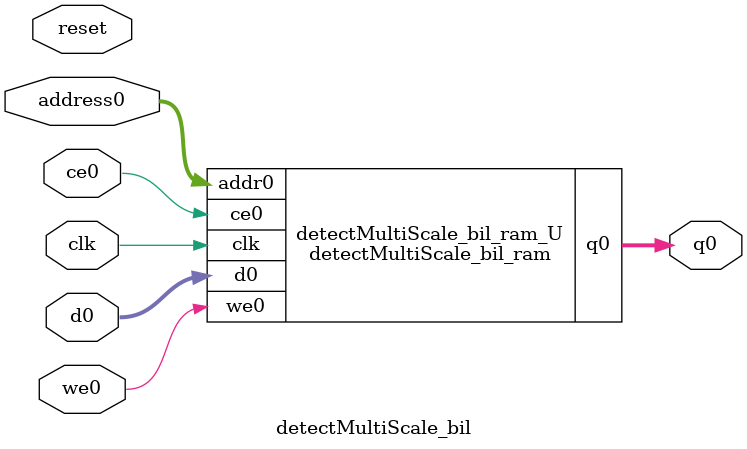
<source format=v>

`timescale 1 ns / 1 ps
module detectMultiScale_bil_ram (addr0, ce0, d0, we0, q0,  clk);

parameter DWIDTH = 8;
parameter AWIDTH = 17;
parameter MEM_SIZE = 131072;

input[AWIDTH-1:0] addr0;
input ce0;
input[DWIDTH-1:0] d0;
input we0;
output reg[DWIDTH-1:0] q0;
input clk;

(* ram_style = "block" *)reg [DWIDTH-1:0] ram[0:MEM_SIZE-1];




always @(posedge clk)  
begin 
    if (ce0) 
    begin
        if (we0) 
        begin 
            ram[addr0] <= d0; 
            q0 <= d0;
        end 
        else 
            q0 <= ram[addr0];
    end
end


endmodule


`timescale 1 ns / 1 ps
module detectMultiScale_bil(
    reset,
    clk,
    address0,
    ce0,
    we0,
    d0,
    q0);

parameter DataWidth = 32'd8;
parameter AddressRange = 32'd131072;
parameter AddressWidth = 32'd17;
input reset;
input clk;
input[AddressWidth - 1:0] address0;
input ce0;
input we0;
input[DataWidth - 1:0] d0;
output[DataWidth - 1:0] q0;



detectMultiScale_bil_ram detectMultiScale_bil_ram_U(
    .clk( clk ),
    .addr0( address0 ),
    .ce0( ce0 ),
    .we0( we0 ),
    .d0( d0 ),
    .q0( q0 ));

endmodule


</source>
